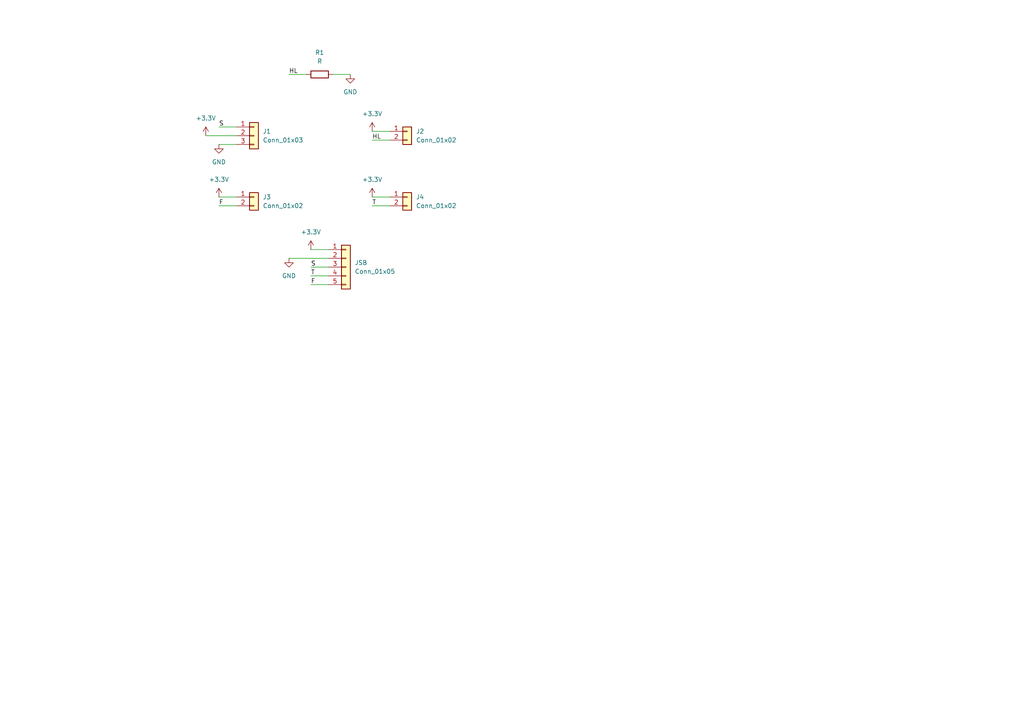
<source format=kicad_sch>
(kicad_sch (version 20230121) (generator eeschema)
  (paper "A4")
  (lib_symbols
    (symbol "Connector_Generic:Conn_01x02" (pin_names (offset 1.016) hide)
      (property "Reference" "J" (at 0 2.54 0))
      (property "Value" "Conn_01x02" (at 0 -5.08 0))
      (symbol "Conn_01x02_1_1"
        (rectangle (start -1.27 -2.413) (end 0 -2.667) (stroke (width 0.1524)))
        (rectangle (start -1.27 0.127) (end 0 -0.127) (stroke (width 0.1524)))
        (rectangle (start -1.27 1.27) (end 1.27 -3.81) (stroke (width 0.254)) (fill (type background)))
        (pin passive line (at -5.08 0 0) (length 3.81) (name "Pin_1") (number "1"))
        (pin passive line (at -5.08 -2.54 0) (length 3.81) (name "Pin_2") (number "2"))
      )
    )
    (symbol "Connector_Generic:Conn_01x03" (pin_names (offset 1.016) hide)
      (property "Reference" "J" (at 0 5.08 0))
      (property "Value" "Conn_01x03" (at 0 -5.08 0))
      (symbol "Conn_01x03_1_1"
        (rectangle (start -1.27 -2.413) (end 0 -2.667) (stroke (width 0.1524)))
        (rectangle (start -1.27 0.127) (end 0 -0.127) (stroke (width 0.1524)))
        (rectangle (start -1.27 2.667) (end 0 2.413) (stroke (width 0.1524)))
        (rectangle (start -1.27 3.81) (end 1.27 -3.81) (stroke (width 0.254)) (fill (type background)))
        (pin passive line (at -5.08 2.54 0) (length 3.81) (name "Pin_1") (number "1"))
        (pin passive line (at -5.08 0 0) (length 3.81) (name "Pin_2") (number "2"))
        (pin passive line (at -5.08 -2.54 0) (length 3.81) (name "Pin_3") (number "3"))
      )
    )
    (symbol "Connector_Generic:Conn_01x05" (pin_names (offset 1.016) hide)
      (property "Reference" "J" (at 0 7.62 0))
      (property "Value" "Conn_01x05" (at 0 -7.62 0))
      (symbol "Conn_01x05_1_1"
        (rectangle (start -1.27 -4.953) (end 0 -5.207) (stroke (width 0.1524)))
        (rectangle (start -1.27 -2.413) (end 0 -2.667) (stroke (width 0.1524)))
        (rectangle (start -1.27 0.127) (end 0 -0.127) (stroke (width 0.1524)))
        (rectangle (start -1.27 2.667) (end 0 2.413) (stroke (width 0.1524)))
        (rectangle (start -1.27 5.207) (end 0 4.953) (stroke (width 0.1524)))
        (rectangle (start -1.27 6.35) (end 1.27 -6.35) (stroke (width 0.254)) (fill (type background)))
        (pin passive line (at -5.08 5.08 0) (length 3.81) (name "Pin_1") (number "1"))
        (pin passive line (at -5.08 2.54 0) (length 3.81) (name "Pin_2") (number "2"))
        (pin passive line (at -5.08 0 0) (length 3.81) (name "Pin_3") (number "3"))
        (pin passive line (at -5.08 -2.54 0) (length 3.81) (name "Pin_4") (number "4"))
        (pin passive line (at -5.08 -5.08 0) (length 3.81) (name "Pin_5") (number "5"))
      )
    )
    (symbol "Device:R" (pin_numbers hide) (pin_names (offset 0))
      (property "Reference" "R" (at 2.032 0 90))
      (property "Value" "R" (at 0 0 90))
      (symbol "R_0_1"
        (rectangle (start -1.016 -2.54) (end 1.016 2.54) (stroke (width 0.254)))
      )
      (symbol "R_1_1"
        (pin passive line (at 0 3.81 270) (length 1.27) (name "~") (number "1"))
        (pin passive line (at 0 -3.81 90) (length 1.27) (name "~") (number "2"))
      )
    )
    (symbol "power:+3.3V" (power) (pin_names (offset 0))
      (property "Value" "+3.3V" (at 0 3.556 0))
      (symbol "+3.3V_0_1"
        (polyline (pts (xy -0.762 1.27) (xy 0 2.54)))
        (polyline (pts (xy 0 0) (xy 0 2.54)))
        (polyline (pts (xy 0 2.54) (xy 0.762 1.27)))
      )
      (symbol "+3.3V_1_1"
        (pin power_in line (at 0 0 90) (length 0) hide (name "+3.3V") (number "1"))
      )
    )
    (symbol "power:GND" (power) (pin_names (offset 0))
      (property "Value" "GND" (at 0 -3.81 0))
      (symbol "GND_0_1"
        (polyline (pts (xy 0 0) (xy 0 -1.27) (xy 1.27 -1.27) (xy 0 -2.54) (xy -1.27 -1.27) (xy 0 -1.27)))
      )
      (symbol "GND_1_1"
        (pin power_in line (at 0 0 270) (length 0) hide (name "GND") (number "1"))
      )
    )
  )
  (wire (pts (xy 83.82 21.59) (xy 88.9 21.59)))
  (wire (pts (xy 90.17 80.01) (xy 95.25 80.01)))
  (wire (pts (xy 95.25 74.93) (xy 83.82 74.93)))
  (wire (pts (xy 107.95 40.64) (xy 113.03 40.64)))
  (wire (pts (xy 68.58 57.15) (xy 63.5 57.15)))
  (wire (pts (xy 63.5 59.69) (xy 68.58 59.69)))
  (wire (pts (xy 68.58 41.91) (xy 63.5 41.91)))
  (wire (pts (xy 107.95 59.69) (xy 113.03 59.69)))
  (wire (pts (xy 113.03 38.1) (xy 107.95 38.1)))
  (wire (pts (xy 90.17 77.47) (xy 95.25 77.47)))
  (wire (pts (xy 63.5 36.83) (xy 68.58 36.83)))
  (wire (pts (xy 95.25 72.39) (xy 90.17 72.39)))
  (wire (pts (xy 68.58 39.37) (xy 59.69 39.37)))
  (wire (pts (xy 101.6 21.59) (xy 96.52 21.59)))
  (wire (pts (xy 113.03 57.15) (xy 107.95 57.15)))
  (wire (pts (xy 90.17 82.55) (xy 95.25 82.55)))
  (label "S" (at 90.17 77.47 0))
  (label "HL" (at 83.82 21.59 0))
  (label "F" (at 90.17 82.55 0))
  (label "F" (at 63.5 59.69 0))
  (label "T" (at 107.95 59.69 0))
  (label "HL" (at 107.95 40.64 0))
  (label "S" (at 63.5 36.83 0))
  (label "T" (at 90.17 80.01 0))
  (symbol (lib_id "Connector_Generic:Conn_01x05") (at 100.33 77.47 0) (unit 1)
    (property "Reference" "JSB" (at 102.87 76.2 0) (effects (justify left)))
    (property "Value" "Conn_01x05" (at 102.87 78.74 0) (effects (justify left)))
    (property "Footprint" "Connector_PinHeader_2.54mm:PinHeader_1x05_P2.54mm_Vertical" (effects hide))
  )
  (symbol (lib_id "power:+3.3V") (at 59.69 39.37 0) (unit 1)
    (property "Reference" "#PWR06" (effects hide))
    (property "Value" "+3.3V" (at 59.69 34.29 0))
  )
  (symbol (lib_id "power:+3.3V") (at 107.95 38.1 0) (unit 1)
    (property "Reference" "#PWR05" (effects hide))
    (property "Value" "+3.3V" (at 107.95 33.02 0))
  )
  (symbol (lib_id "power:GND") (at 101.6 21.59 0) (unit 1)
    (property "Reference" "#PWR08" (effects hide))
    (property "Value" "GND" (at 101.6 26.67 0))
  )
  (symbol (lib_id "power:GND") (at 63.5 41.91 0) (unit 1)
    (property "Reference" "#PWR07" (effects hide))
    (property "Value" "GND" (at 63.5 46.99 0))
  )
  (symbol (lib_id "power:+3.3V") (at 90.17 72.39 0) (unit 1)
    (property "Reference" "#PWR01" (effects hide))
    (property "Value" "+3.3V" (at 90.17 67.31 0))
  )
  (symbol (lib_id "power:+3.3V") (at 63.5 57.15 0) (unit 1)
    (property "Reference" "#PWR03" (effects hide))
    (property "Value" "+3.3V" (at 63.5 52.07 0))
  )
  (symbol (lib_id "Connector_Generic:Conn_01x02") (at 118.11 57.15 0) (unit 1)
    (property "Reference" "J4" (at 120.65 57.15 0) (effects (justify left)))
    (property "Value" "Conn_01x02" (at 120.65 59.69 0) (effects (justify left)))
    (property "Footprint" "Connector_PinHeader_2.54mm:PinHeader_1x02_P2.54mm_Vertical" (effects hide))
  )
  (symbol (lib_id "Connector_Generic:Conn_01x02") (at 118.11 38.1 0) (unit 1)
    (property "Reference" "J2" (at 120.65 38.1 0) (effects (justify left)))
    (property "Value" "Conn_01x02" (at 120.65 40.64 0) (effects (justify left)))
    (property "Footprint" "Connector_PinHeader_2.54mm:PinHeader_1x02_P2.54mm_Vertical" (effects hide))
  )
  (symbol (lib_id "Connector_Generic:Conn_01x03") (at 73.66 39.37 0) (unit 1)
    (property "Reference" "J1" (at 76.2 38.1 0) (effects (justify left)))
    (property "Value" "Conn_01x03" (at 76.2 40.64 0) (effects (justify left)))
    (property "Footprint" "Connector_PinHeader_2.54mm:PinHeader_1x03_P2.54mm_Vertical" (effects hide))
  )
  (symbol (lib_id "power:+3.3V") (at 107.95 57.15 0) (unit 1)
    (property "Reference" "#PWR04" (effects hide))
    (property "Value" "+3.3V" (at 107.95 52.07 0))
  )
  (symbol (lib_id "Device:R") (at 92.71 21.59 90) (unit 1)
    (property "Reference" "R1" (at 92.71 15.24 90))
    (property "Value" "R" (at 92.71 17.78 90))
    (property "Footprint" "Resistor_SMD:R_0603_1608Metric" (effects hide))
  )
  (symbol (lib_id "power:GND") (at 83.82 74.93 0) (unit 1)
    (property "Reference" "#PWR02" (effects hide))
    (property "Value" "GND" (at 83.82 80.01 0))
  )
  (symbol (lib_id "Connector_Generic:Conn_01x02") (at 73.66 57.15 0) (unit 1)
    (property "Reference" "J3" (at 76.2 57.15 0) (effects (justify left)))
    (property "Value" "Conn_01x02" (at 76.2 59.69 0) (effects (justify left)))
    (property "Footprint" "Connector_PinHeader_2.54mm:PinHeader_1x02_P2.54mm_Vertical" (effects hide))
  )
)
</source>
